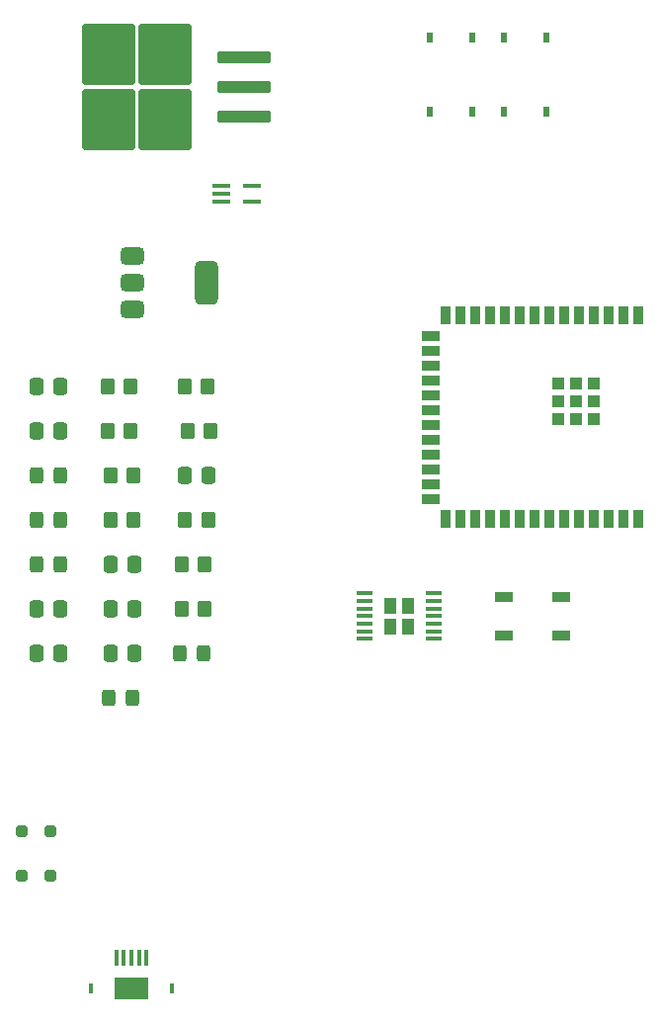
<source format=gtp>
%TF.GenerationSoftware,KiCad,Pcbnew,8.0.5*%
%TF.CreationDate,2024-11-16T16:01:40-06:00*%
%TF.ProjectId,ControllerPCB,436f6e74-726f-46c6-9c65-725043422e6b,rev?*%
%TF.SameCoordinates,Original*%
%TF.FileFunction,Paste,Top*%
%TF.FilePolarity,Positive*%
%FSLAX46Y46*%
G04 Gerber Fmt 4.6, Leading zero omitted, Abs format (unit mm)*
G04 Created by KiCad (PCBNEW 8.0.5) date 2024-11-16 16:01:40*
%MOMM*%
%LPD*%
G01*
G04 APERTURE LIST*
G04 Aperture macros list*
%AMRoundRect*
0 Rectangle with rounded corners*
0 $1 Rounding radius*
0 $2 $3 $4 $5 $6 $7 $8 $9 X,Y pos of 4 corners*
0 Add a 4 corners polygon primitive as box body*
4,1,4,$2,$3,$4,$5,$6,$7,$8,$9,$2,$3,0*
0 Add four circle primitives for the rounded corners*
1,1,$1+$1,$2,$3*
1,1,$1+$1,$4,$5*
1,1,$1+$1,$6,$7*
1,1,$1+$1,$8,$9*
0 Add four rect primitives between the rounded corners*
20,1,$1+$1,$2,$3,$4,$5,0*
20,1,$1+$1,$4,$5,$6,$7,0*
20,1,$1+$1,$6,$7,$8,$9,0*
20,1,$1+$1,$8,$9,$2,$3,0*%
G04 Aperture macros list end*
%ADD10R,1.500000X0.900000*%
%ADD11R,0.300000X0.850000*%
%ADD12R,0.400000X1.350000*%
%ADD13R,2.900000X1.900000*%
%ADD14R,0.558800X0.952500*%
%ADD15RoundRect,0.250000X0.350000X0.450000X-0.350000X0.450000X-0.350000X-0.450000X0.350000X-0.450000X0*%
%ADD16RoundRect,0.250000X-0.350000X-0.450000X0.350000X-0.450000X0.350000X0.450000X-0.350000X0.450000X0*%
%ADD17RoundRect,0.250000X2.050000X0.300000X-2.050000X0.300000X-2.050000X-0.300000X2.050000X-0.300000X0*%
%ADD18RoundRect,0.250000X2.025000X2.375000X-2.025000X2.375000X-2.025000X-2.375000X2.025000X-2.375000X0*%
%ADD19RoundRect,0.250000X-0.325000X-0.450000X0.325000X-0.450000X0.325000X0.450000X-0.325000X0.450000X0*%
%ADD20R,0.900000X1.500000*%
%ADD21R,1.000000X1.000000*%
%ADD22RoundRect,0.250000X-0.337500X-0.475000X0.337500X-0.475000X0.337500X0.475000X-0.337500X0.475000X0*%
%ADD23RoundRect,0.375000X-0.625000X-0.375000X0.625000X-0.375000X0.625000X0.375000X-0.625000X0.375000X0*%
%ADD24RoundRect,0.500000X-0.500000X-1.400000X0.500000X-1.400000X0.500000X1.400000X-0.500000X1.400000X0*%
%ADD25RoundRect,0.250000X-0.250000X-0.250000X0.250000X-0.250000X0.250000X0.250000X-0.250000X0.250000X0*%
%ADD26R,1.100000X1.400000*%
%ADD27R,1.450000X0.450000*%
%ADD28RoundRect,0.250000X0.250000X0.250000X-0.250000X0.250000X-0.250000X-0.250000X0.250000X-0.250000X0*%
%ADD29RoundRect,0.250000X0.337500X0.475000X-0.337500X0.475000X-0.337500X-0.475000X0.337500X-0.475000X0*%
%ADD30RoundRect,0.100000X-0.650000X-0.100000X0.650000X-0.100000X0.650000X0.100000X-0.650000X0.100000X0*%
G04 APERTURE END LIST*
D10*
X72336239Y-96291037D03*
X72336239Y-99591037D03*
X77236239Y-99591037D03*
X77236239Y-96291037D03*
D11*
X36901643Y-129842442D03*
X43901643Y-129842442D03*
D12*
X41701643Y-127167442D03*
X41051643Y-127167442D03*
X40401643Y-127167442D03*
X39751643Y-127167442D03*
X39101643Y-127167442D03*
D13*
X40401643Y-129842442D03*
D14*
X76005439Y-48404687D03*
X76005439Y-54767387D03*
X72297039Y-48404687D03*
X72297039Y-54767387D03*
D15*
X46708739Y-97306037D03*
X44708739Y-97306037D03*
X40358739Y-82066037D03*
X38358739Y-82066037D03*
D14*
X69655439Y-48404687D03*
X69655439Y-54767387D03*
X65947039Y-48404687D03*
X65947039Y-54767387D03*
D16*
X44978739Y-89686037D03*
X46978739Y-89686037D03*
D17*
X50051239Y-50081037D03*
D18*
X38476239Y-49846037D03*
X38476239Y-55396037D03*
X43326239Y-49846037D03*
X43326239Y-55396037D03*
D17*
X50051239Y-52621037D03*
X50051239Y-55161037D03*
D19*
X32241239Y-93496037D03*
X34291239Y-93496037D03*
D20*
X83845239Y-72147637D03*
X82575239Y-72147637D03*
X81305239Y-72147637D03*
X80035239Y-72147637D03*
X78765239Y-72147637D03*
X77495239Y-72147637D03*
X76225239Y-72147637D03*
X74955239Y-72147637D03*
X73685239Y-72147637D03*
X72415239Y-72147637D03*
X71145239Y-72147637D03*
X69875239Y-72147637D03*
X68605239Y-72147637D03*
X67335239Y-72147637D03*
D10*
X66085239Y-73912637D03*
X66085239Y-75182637D03*
X66085239Y-76452637D03*
X66085239Y-77722637D03*
X66085239Y-78992637D03*
X66085239Y-80262637D03*
X66085239Y-81532637D03*
X66085239Y-82802637D03*
X66085239Y-84072637D03*
X66085239Y-85342637D03*
X66085239Y-86612637D03*
X66085239Y-87882637D03*
D20*
X67335239Y-89647637D03*
X68605239Y-89647637D03*
X69875239Y-89647637D03*
X71145239Y-89647637D03*
X72415239Y-89647637D03*
X73685239Y-89647637D03*
X74955239Y-89647637D03*
X76225239Y-89647637D03*
X77495239Y-89647637D03*
X78765239Y-89647637D03*
X80035239Y-89647637D03*
X81305239Y-89647637D03*
X82575239Y-89647637D03*
X83845239Y-89647637D03*
D21*
X79995239Y-78037637D03*
X78495239Y-78037637D03*
X76995239Y-78037637D03*
X79995239Y-79537637D03*
X78495239Y-79537637D03*
X76995239Y-79537637D03*
X79995239Y-81037637D03*
X78495239Y-81037637D03*
X76995239Y-81037637D03*
D22*
X44941239Y-85876037D03*
X47016239Y-85876037D03*
X38591239Y-101116037D03*
X40666239Y-101116037D03*
D23*
X40521239Y-67066037D03*
X40521239Y-69366037D03*
D24*
X46821239Y-69366037D03*
D23*
X40521239Y-71666037D03*
D16*
X44708739Y-93496037D03*
X46708739Y-93496037D03*
X44957239Y-78256037D03*
X46957239Y-78256037D03*
D25*
X30991239Y-120166037D03*
X33491239Y-120166037D03*
D26*
X62606239Y-97041037D03*
X62606239Y-98841037D03*
X64106239Y-97041037D03*
X64106239Y-98841037D03*
D27*
X60406239Y-99891037D03*
X60406239Y-99241037D03*
X60406239Y-98591037D03*
X60406239Y-97941037D03*
X60406239Y-97291037D03*
X60406239Y-96641037D03*
X60406239Y-95991037D03*
X66306239Y-95991037D03*
X66306239Y-96641037D03*
X66306239Y-97291037D03*
X66306239Y-97941037D03*
X66306239Y-98591037D03*
X66306239Y-99241037D03*
X66306239Y-99891037D03*
D28*
X30991239Y-116356037D03*
X33491239Y-116356037D03*
D16*
X38358739Y-78256037D03*
X40358739Y-78256037D03*
D15*
X47211239Y-82066037D03*
X45211239Y-82066037D03*
D19*
X32241239Y-85876037D03*
X34291239Y-85876037D03*
D29*
X34316239Y-97306037D03*
X32241239Y-97306037D03*
D19*
X32241239Y-89686037D03*
X34291239Y-89686037D03*
D29*
X40666239Y-93496037D03*
X38591239Y-93496037D03*
X34316239Y-78256037D03*
X32241239Y-78256037D03*
D30*
X50776239Y-61111037D03*
X50776239Y-62411037D03*
X48116239Y-62411037D03*
X48116239Y-61761037D03*
X48116239Y-61111037D03*
D15*
X40591239Y-89686037D03*
X38591239Y-89686037D03*
X40591239Y-85876037D03*
X38591239Y-85876037D03*
D29*
X40666239Y-97306037D03*
X38591239Y-97306037D03*
X34316239Y-82066037D03*
X32241239Y-82066037D03*
X34316239Y-101116037D03*
X32241239Y-101116037D03*
D19*
X40496239Y-104926037D03*
X38446239Y-104926037D03*
X46601239Y-101116037D03*
X44551239Y-101116037D03*
M02*

</source>
